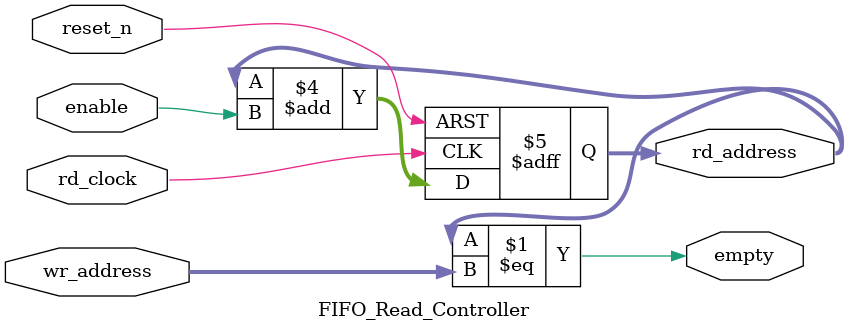
<source format=v>
/*
 * Copyright (c) 2012-2013, Synflow SAS
 * All rights reserved.
 * 
 * REDISTRIBUTION of this file in source and binary forms, with or without
 * modification, is NOT permitted in any way.
 *
 * The use of this file in source and binary forms, with or without
 * modification, is permitted if you have a valid commercial license of
 * Synflow Studio.
 * If you do NOT have a valid license of Synflow Studio: you are NOT allowed
 * to use this file.
 * 
 * THIS SOFTWARE IS PROVIDED BY THE COPYRIGHT HOLDERS AND CONTRIBUTORS "AS IS"
 * AND ANY EXPRESS OR IMPLIED WARRANTIES, INCLUDING, BUT NOT LIMITED TO, THE
 * IMPLIED WARRANTIES OF MERCHANTABILITY AND FITNESS FOR A PARTICULAR PURPOSE
 * ARE DISCLAIMED. IN NO EVENT SHALL THE COPYRIGHT OWNER OR CONTRIBUTORS BE
 * LIABLE FOR ANY DIRECT, INDIRECT, INCIDENTAL, SPECIAL, EXEMPLARY, OR
 * CONSEQUENTIAL DAMAGES (INCLUDING, BUT NOT LIMITED TO, PROCUREMENT OF
 * SUBSTITUTE GOODS OR SERVICES; LOSS OF USE, DATA, OR PROFITS; OR BUSINESS
 * INTERRUPTION) HOWEVER CAUSED AND ON ANY THEORY OF LIABILITY, WHETHER IN CONTRACT,
 * STRICT LIABILITY, OR TORT (INCLUDING NEGLIGENCE OR OTHERWISE) ARISING IN ANY
 * WAY OUT OF THE USE OF THIS SOFTWARE, EVEN IF ADVISED OF THE POSSIBILITY OF
 * SUCH DAMAGE
 */

/**
 * Title   : FIFO read controller
 * Authors : Nicolas Siret <nicolas.siret@synflow.com>, Matthieu Wipliez <matthieu.wipliez@synflow.com>
 */
module FIFO_Read_Controller
  #(parameter depth = 8)
  (
    input reset_n,
    input rd_clock,
    input enable,
    input [depth - 1 : 0] wr_address,
    output empty,
    output reg [depth - 1 : 0] rd_address
  );

  assign empty = rd_address == wr_address;

  always @(negedge reset_n or posedge rd_clock)
    if (~reset_n)
      rd_address <= 0;
    else
      rd_address <= rd_address + enable;

endmodule

</source>
